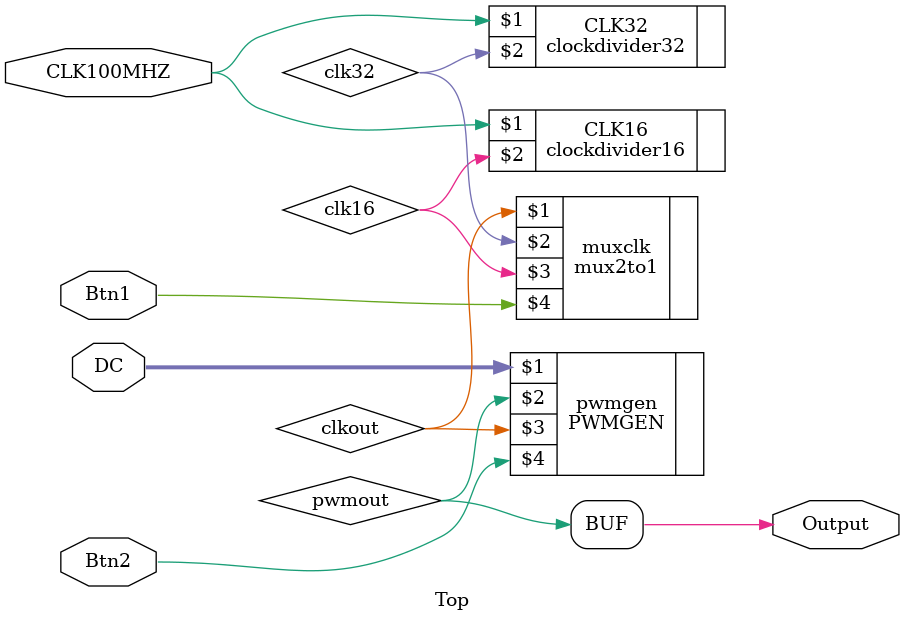
<source format=v>
`timescale 1ns / 1ps

module Top(Output, Btn1, Btn2, CLK100MHZ, DC);
    output Output;
    input Btn1;
    input Btn2;
    input CLK100MHZ;
    input [7:0] DC;
    
    wire clkout;
    wire clk32;
    wire clk16;
    wire pwmout;
    
    assign Output = pwmout;
    
    clockdivider32 CLK32(CLK100MHZ, clk32);
    clockdivider16 CLK16(CLK100MHZ, clk16);
    
    mux2to1 muxclk(clkout, clk32, clk16, Btn1);
    
    PWMGEN pwmgen(DC, pwmout, clkout, Btn2);
endmodule

</source>
